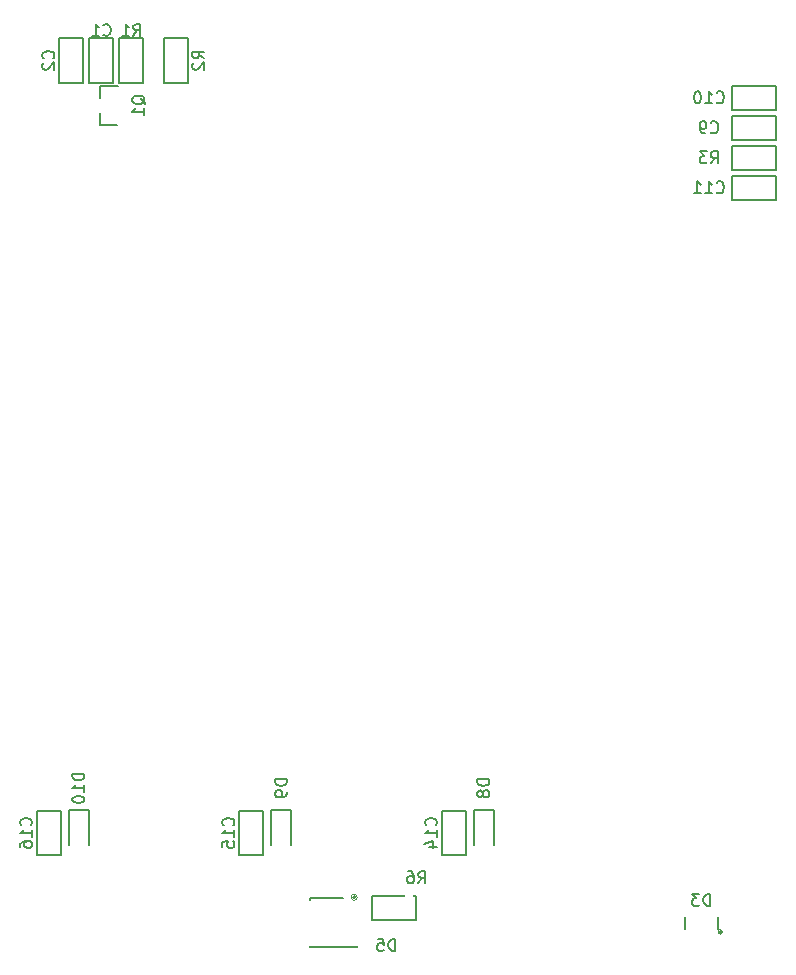
<source format=gbo>
G04 #@! TF.GenerationSoftware,KiCad,Pcbnew,(5.1.6)-1*
G04 #@! TF.CreationDate,2021-06-16T15:57:26+02:00*
G04 #@! TF.ProjectId,wall-sensor-of-room-temperature,77616c6c-2d73-4656-9e73-6f722d6f662d,rev?*
G04 #@! TF.SameCoordinates,Original*
G04 #@! TF.FileFunction,Legend,Bot*
G04 #@! TF.FilePolarity,Positive*
%FSLAX46Y46*%
G04 Gerber Fmt 4.6, Leading zero omitted, Abs format (unit mm)*
G04 Created by KiCad (PCBNEW (5.1.6)-1) date 2021-06-16 15:57:26*
%MOMM*%
%LPD*%
G01*
G04 APERTURE LIST*
%ADD10C,0.120000*%
%ADD11C,0.170000*%
%ADD12C,0.900000*%
%ADD13O,1.900000X1.900000*%
%ADD14R,1.900000X1.900000*%
%ADD15C,3.300000*%
%ADD16C,4.600000*%
%ADD17R,0.400000X0.900000*%
%ADD18O,1.800000X1.800000*%
%ADD19R,1.800000X1.800000*%
%ADD20R,2.300000X0.900000*%
%ADD21R,1.150000X1.600000*%
%ADD22C,1.950000*%
%ADD23C,3.100000*%
%ADD24C,3.600000*%
%ADD25R,1.400000X1.600000*%
%ADD26R,1.600000X1.400000*%
%ADD27R,1.400000X1.100000*%
%ADD28R,0.900000X0.900000*%
G04 APERTURE END LIST*
D10*
X131826000Y-146177000D02*
G75*
G03*
X131826000Y-146177000I-63500J0D01*
G01*
X131889500Y-146177000D02*
G75*
G03*
X131889500Y-146177000I-127000J0D01*
G01*
X131953000Y-146177000D02*
G75*
G03*
X131953000Y-146177000I-190500J0D01*
G01*
D11*
X131572000Y-145605500D02*
X131572000Y-145923000D01*
X131572000Y-144907000D02*
X131572000Y-145605500D01*
X128778000Y-144907000D02*
X128778000Y-145923000D01*
X97070000Y-143335000D02*
X97070000Y-143446500D01*
X97070000Y-147383500D02*
X97070000Y-147495000D01*
X101050000Y-147495000D02*
X97070000Y-147495000D01*
X101050000Y-147383500D02*
X101050000Y-147495000D01*
X99822000Y-143335000D02*
X97070000Y-143335000D01*
D10*
X101028500Y-143241010D02*
G75*
G03*
X101028500Y-143241010I-254000J0D01*
G01*
X100916490Y-143241010D02*
G75*
G03*
X100916490Y-143241010I-141990J0D01*
G01*
X100838000Y-143241010D02*
G75*
G03*
X100838000Y-143241010I-63500J0D01*
G01*
D11*
X106020000Y-145161000D02*
X106020000Y-143129000D01*
X102260000Y-145161000D02*
X102260000Y-143129000D01*
X106020000Y-143129000D02*
X102260000Y-143129000D01*
X106020000Y-145161000D02*
X102260000Y-145161000D01*
X132740000Y-79629000D02*
X132740000Y-81661000D01*
X136500000Y-79629000D02*
X136500000Y-81661000D01*
X132740000Y-81661000D02*
X136500000Y-81661000D01*
X132740000Y-79629000D02*
X136500000Y-79629000D01*
X86741000Y-70510000D02*
X84709000Y-70510000D01*
X86741000Y-74270000D02*
X84709000Y-74270000D01*
X84709000Y-70510000D02*
X84709000Y-74270000D01*
X86741000Y-70510000D02*
X86741000Y-74270000D01*
X80899000Y-74270000D02*
X82931000Y-74270000D01*
X80899000Y-70510000D02*
X82931000Y-70510000D01*
X82931000Y-74270000D02*
X82931000Y-70510000D01*
X80899000Y-74270000D02*
X80899000Y-70510000D01*
X79248000Y-74549000D02*
X80772000Y-74549000D01*
X79248000Y-77851000D02*
X79250000Y-76850000D01*
X79250000Y-74549000D02*
X79250000Y-75550000D01*
X79250000Y-77851000D02*
X80710000Y-77851000D01*
X76620000Y-135826500D02*
X76620000Y-138845000D01*
X78320000Y-135826500D02*
X78320000Y-138845000D01*
X76620000Y-135826500D02*
X78320000Y-135826500D01*
X93765000Y-135826500D02*
X93765000Y-138845000D01*
X95465000Y-135826500D02*
X95465000Y-138845000D01*
X93765000Y-135826500D02*
X95465000Y-135826500D01*
X110910000Y-135826500D02*
X110910000Y-138845000D01*
X112610000Y-135826500D02*
X112610000Y-138845000D01*
X110910000Y-135826500D02*
X112610000Y-135826500D01*
X75946000Y-139675000D02*
X73914000Y-139675000D01*
X73914000Y-135915000D02*
X73914000Y-139675000D01*
X75946000Y-135915000D02*
X73914000Y-135915000D01*
X75946000Y-135915000D02*
X75946000Y-139675000D01*
X93091000Y-139675000D02*
X91059000Y-139675000D01*
X91059000Y-135915000D02*
X91059000Y-139675000D01*
X93091000Y-135915000D02*
X91059000Y-135915000D01*
X93091000Y-135915000D02*
X93091000Y-139675000D01*
X110236000Y-139675000D02*
X108204000Y-139675000D01*
X108204000Y-135915000D02*
X108204000Y-139675000D01*
X110236000Y-135915000D02*
X108204000Y-135915000D01*
X110236000Y-135915000D02*
X110236000Y-139675000D01*
X136500000Y-82169000D02*
X136500000Y-84201000D01*
X132740000Y-84201000D02*
X136500000Y-84201000D01*
X132740000Y-82169000D02*
X132740000Y-84201000D01*
X132740000Y-82169000D02*
X136500000Y-82169000D01*
X136500000Y-74549000D02*
X136500000Y-76581000D01*
X132740000Y-76581000D02*
X136500000Y-76581000D01*
X132740000Y-74549000D02*
X132740000Y-76581000D01*
X132740000Y-74549000D02*
X136500000Y-74549000D01*
X136500000Y-77089000D02*
X136500000Y-79121000D01*
X132740000Y-79121000D02*
X136500000Y-79121000D01*
X132740000Y-77089000D02*
X132740000Y-79121000D01*
X132740000Y-77089000D02*
X136500000Y-77089000D01*
X75819000Y-70510000D02*
X77851000Y-70510000D01*
X77851000Y-74270000D02*
X77851000Y-70510000D01*
X75819000Y-74270000D02*
X77851000Y-74270000D01*
X75819000Y-74270000D02*
X75819000Y-70510000D01*
X78359000Y-70510000D02*
X80391000Y-70510000D01*
X80391000Y-74270000D02*
X80391000Y-70510000D01*
X78359000Y-74270000D02*
X80391000Y-74270000D01*
X78359000Y-74270000D02*
X78359000Y-70510000D01*
X130913095Y-143962380D02*
X130913095Y-142962380D01*
X130675000Y-142962380D01*
X130532142Y-143010000D01*
X130436904Y-143105238D01*
X130389285Y-143200476D01*
X130341666Y-143390952D01*
X130341666Y-143533809D01*
X130389285Y-143724285D01*
X130436904Y-143819523D01*
X130532142Y-143914761D01*
X130675000Y-143962380D01*
X130913095Y-143962380D01*
X130008333Y-142962380D02*
X129389285Y-142962380D01*
X129722619Y-143343333D01*
X129579761Y-143343333D01*
X129484523Y-143390952D01*
X129436904Y-143438571D01*
X129389285Y-143533809D01*
X129389285Y-143771904D01*
X129436904Y-143867142D01*
X129484523Y-143914761D01*
X129579761Y-143962380D01*
X129865476Y-143962380D01*
X129960714Y-143914761D01*
X130008333Y-143867142D01*
X104243095Y-147772380D02*
X104243095Y-146772380D01*
X104005000Y-146772380D01*
X103862142Y-146820000D01*
X103766904Y-146915238D01*
X103719285Y-147010476D01*
X103671666Y-147200952D01*
X103671666Y-147343809D01*
X103719285Y-147534285D01*
X103766904Y-147629523D01*
X103862142Y-147724761D01*
X104005000Y-147772380D01*
X104243095Y-147772380D01*
X102766904Y-146772380D02*
X103243095Y-146772380D01*
X103290714Y-147248571D01*
X103243095Y-147200952D01*
X103147857Y-147153333D01*
X102909761Y-147153333D01*
X102814523Y-147200952D01*
X102766904Y-147248571D01*
X102719285Y-147343809D01*
X102719285Y-147581904D01*
X102766904Y-147677142D01*
X102814523Y-147724761D01*
X102909761Y-147772380D01*
X103147857Y-147772380D01*
X103243095Y-147724761D01*
X103290714Y-147677142D01*
X106211666Y-142057380D02*
X106545000Y-141581190D01*
X106783095Y-142057380D02*
X106783095Y-141057380D01*
X106402142Y-141057380D01*
X106306904Y-141105000D01*
X106259285Y-141152619D01*
X106211666Y-141247857D01*
X106211666Y-141390714D01*
X106259285Y-141485952D01*
X106306904Y-141533571D01*
X106402142Y-141581190D01*
X106783095Y-141581190D01*
X105354523Y-141057380D02*
X105545000Y-141057380D01*
X105640238Y-141105000D01*
X105687857Y-141152619D01*
X105783095Y-141295476D01*
X105830714Y-141485952D01*
X105830714Y-141866904D01*
X105783095Y-141962142D01*
X105735476Y-142009761D01*
X105640238Y-142057380D01*
X105449761Y-142057380D01*
X105354523Y-142009761D01*
X105306904Y-141962142D01*
X105259285Y-141866904D01*
X105259285Y-141628809D01*
X105306904Y-141533571D01*
X105354523Y-141485952D01*
X105449761Y-141438333D01*
X105640238Y-141438333D01*
X105735476Y-141485952D01*
X105783095Y-141533571D01*
X105830714Y-141628809D01*
X130976666Y-81097380D02*
X131310000Y-80621190D01*
X131548095Y-81097380D02*
X131548095Y-80097380D01*
X131167142Y-80097380D01*
X131071904Y-80145000D01*
X131024285Y-80192619D01*
X130976666Y-80287857D01*
X130976666Y-80430714D01*
X131024285Y-80525952D01*
X131071904Y-80573571D01*
X131167142Y-80621190D01*
X131548095Y-80621190D01*
X130643333Y-80097380D02*
X130024285Y-80097380D01*
X130357619Y-80478333D01*
X130214761Y-80478333D01*
X130119523Y-80525952D01*
X130071904Y-80573571D01*
X130024285Y-80668809D01*
X130024285Y-80906904D01*
X130071904Y-81002142D01*
X130119523Y-81049761D01*
X130214761Y-81097380D01*
X130500476Y-81097380D01*
X130595714Y-81049761D01*
X130643333Y-81002142D01*
X88082380Y-72223333D02*
X87606190Y-71890000D01*
X88082380Y-71651904D02*
X87082380Y-71651904D01*
X87082380Y-72032857D01*
X87130000Y-72128095D01*
X87177619Y-72175714D01*
X87272857Y-72223333D01*
X87415714Y-72223333D01*
X87510952Y-72175714D01*
X87558571Y-72128095D01*
X87606190Y-72032857D01*
X87606190Y-71651904D01*
X87177619Y-72604285D02*
X87130000Y-72651904D01*
X87082380Y-72747142D01*
X87082380Y-72985238D01*
X87130000Y-73080476D01*
X87177619Y-73128095D01*
X87272857Y-73175714D01*
X87368095Y-73175714D01*
X87510952Y-73128095D01*
X88082380Y-72556666D01*
X88082380Y-73175714D01*
X82081666Y-70302380D02*
X82415000Y-69826190D01*
X82653095Y-70302380D02*
X82653095Y-69302380D01*
X82272142Y-69302380D01*
X82176904Y-69350000D01*
X82129285Y-69397619D01*
X82081666Y-69492857D01*
X82081666Y-69635714D01*
X82129285Y-69730952D01*
X82176904Y-69778571D01*
X82272142Y-69826190D01*
X82653095Y-69826190D01*
X81129285Y-70302380D02*
X81700714Y-70302380D01*
X81415000Y-70302380D02*
X81415000Y-69302380D01*
X81510238Y-69445238D01*
X81605476Y-69540476D01*
X81700714Y-69588095D01*
X83097619Y-76104761D02*
X83050000Y-76009523D01*
X82954761Y-75914285D01*
X82811904Y-75771428D01*
X82764285Y-75676190D01*
X82764285Y-75580952D01*
X83002380Y-75628571D02*
X82954761Y-75533333D01*
X82859523Y-75438095D01*
X82669047Y-75390476D01*
X82335714Y-75390476D01*
X82145238Y-75438095D01*
X82050000Y-75533333D01*
X82002380Y-75628571D01*
X82002380Y-75819047D01*
X82050000Y-75914285D01*
X82145238Y-76009523D01*
X82335714Y-76057142D01*
X82669047Y-76057142D01*
X82859523Y-76009523D01*
X82954761Y-75914285D01*
X83002380Y-75819047D01*
X83002380Y-75628571D01*
X83002380Y-77009523D02*
X83002380Y-76438095D01*
X83002380Y-76723809D02*
X82002380Y-76723809D01*
X82145238Y-76628571D01*
X82240476Y-76533333D01*
X82288095Y-76438095D01*
X77922380Y-132770714D02*
X76922380Y-132770714D01*
X76922380Y-133008809D01*
X76970000Y-133151666D01*
X77065238Y-133246904D01*
X77160476Y-133294523D01*
X77350952Y-133342142D01*
X77493809Y-133342142D01*
X77684285Y-133294523D01*
X77779523Y-133246904D01*
X77874761Y-133151666D01*
X77922380Y-133008809D01*
X77922380Y-132770714D01*
X77922380Y-134294523D02*
X77922380Y-133723095D01*
X77922380Y-134008809D02*
X76922380Y-134008809D01*
X77065238Y-133913571D01*
X77160476Y-133818333D01*
X77208095Y-133723095D01*
X76922380Y-134913571D02*
X76922380Y-135008809D01*
X76970000Y-135104047D01*
X77017619Y-135151666D01*
X77112857Y-135199285D01*
X77303333Y-135246904D01*
X77541428Y-135246904D01*
X77731904Y-135199285D01*
X77827142Y-135151666D01*
X77874761Y-135104047D01*
X77922380Y-135008809D01*
X77922380Y-134913571D01*
X77874761Y-134818333D01*
X77827142Y-134770714D01*
X77731904Y-134723095D01*
X77541428Y-134675476D01*
X77303333Y-134675476D01*
X77112857Y-134723095D01*
X77017619Y-134770714D01*
X76970000Y-134818333D01*
X76922380Y-134913571D01*
X95067380Y-133246904D02*
X94067380Y-133246904D01*
X94067380Y-133485000D01*
X94115000Y-133627857D01*
X94210238Y-133723095D01*
X94305476Y-133770714D01*
X94495952Y-133818333D01*
X94638809Y-133818333D01*
X94829285Y-133770714D01*
X94924523Y-133723095D01*
X95019761Y-133627857D01*
X95067380Y-133485000D01*
X95067380Y-133246904D01*
X95067380Y-134294523D02*
X95067380Y-134485000D01*
X95019761Y-134580238D01*
X94972142Y-134627857D01*
X94829285Y-134723095D01*
X94638809Y-134770714D01*
X94257857Y-134770714D01*
X94162619Y-134723095D01*
X94115000Y-134675476D01*
X94067380Y-134580238D01*
X94067380Y-134389761D01*
X94115000Y-134294523D01*
X94162619Y-134246904D01*
X94257857Y-134199285D01*
X94495952Y-134199285D01*
X94591190Y-134246904D01*
X94638809Y-134294523D01*
X94686428Y-134389761D01*
X94686428Y-134580238D01*
X94638809Y-134675476D01*
X94591190Y-134723095D01*
X94495952Y-134770714D01*
X112212380Y-133246904D02*
X111212380Y-133246904D01*
X111212380Y-133485000D01*
X111260000Y-133627857D01*
X111355238Y-133723095D01*
X111450476Y-133770714D01*
X111640952Y-133818333D01*
X111783809Y-133818333D01*
X111974285Y-133770714D01*
X112069523Y-133723095D01*
X112164761Y-133627857D01*
X112212380Y-133485000D01*
X112212380Y-133246904D01*
X111640952Y-134389761D02*
X111593333Y-134294523D01*
X111545714Y-134246904D01*
X111450476Y-134199285D01*
X111402857Y-134199285D01*
X111307619Y-134246904D01*
X111260000Y-134294523D01*
X111212380Y-134389761D01*
X111212380Y-134580238D01*
X111260000Y-134675476D01*
X111307619Y-134723095D01*
X111402857Y-134770714D01*
X111450476Y-134770714D01*
X111545714Y-134723095D01*
X111593333Y-134675476D01*
X111640952Y-134580238D01*
X111640952Y-134389761D01*
X111688571Y-134294523D01*
X111736190Y-134246904D01*
X111831428Y-134199285D01*
X112021904Y-134199285D01*
X112117142Y-134246904D01*
X112164761Y-134294523D01*
X112212380Y-134389761D01*
X112212380Y-134580238D01*
X112164761Y-134675476D01*
X112117142Y-134723095D01*
X112021904Y-134770714D01*
X111831428Y-134770714D01*
X111736190Y-134723095D01*
X111688571Y-134675476D01*
X111640952Y-134580238D01*
X73382142Y-137152142D02*
X73429761Y-137104523D01*
X73477380Y-136961666D01*
X73477380Y-136866428D01*
X73429761Y-136723571D01*
X73334523Y-136628333D01*
X73239285Y-136580714D01*
X73048809Y-136533095D01*
X72905952Y-136533095D01*
X72715476Y-136580714D01*
X72620238Y-136628333D01*
X72525000Y-136723571D01*
X72477380Y-136866428D01*
X72477380Y-136961666D01*
X72525000Y-137104523D01*
X72572619Y-137152142D01*
X73477380Y-138104523D02*
X73477380Y-137533095D01*
X73477380Y-137818809D02*
X72477380Y-137818809D01*
X72620238Y-137723571D01*
X72715476Y-137628333D01*
X72763095Y-137533095D01*
X72477380Y-138961666D02*
X72477380Y-138771190D01*
X72525000Y-138675952D01*
X72572619Y-138628333D01*
X72715476Y-138533095D01*
X72905952Y-138485476D01*
X73286904Y-138485476D01*
X73382142Y-138533095D01*
X73429761Y-138580714D01*
X73477380Y-138675952D01*
X73477380Y-138866428D01*
X73429761Y-138961666D01*
X73382142Y-139009285D01*
X73286904Y-139056904D01*
X73048809Y-139056904D01*
X72953571Y-139009285D01*
X72905952Y-138961666D01*
X72858333Y-138866428D01*
X72858333Y-138675952D01*
X72905952Y-138580714D01*
X72953571Y-138533095D01*
X73048809Y-138485476D01*
X90527142Y-137152142D02*
X90574761Y-137104523D01*
X90622380Y-136961666D01*
X90622380Y-136866428D01*
X90574761Y-136723571D01*
X90479523Y-136628333D01*
X90384285Y-136580714D01*
X90193809Y-136533095D01*
X90050952Y-136533095D01*
X89860476Y-136580714D01*
X89765238Y-136628333D01*
X89670000Y-136723571D01*
X89622380Y-136866428D01*
X89622380Y-136961666D01*
X89670000Y-137104523D01*
X89717619Y-137152142D01*
X90622380Y-138104523D02*
X90622380Y-137533095D01*
X90622380Y-137818809D02*
X89622380Y-137818809D01*
X89765238Y-137723571D01*
X89860476Y-137628333D01*
X89908095Y-137533095D01*
X89622380Y-139009285D02*
X89622380Y-138533095D01*
X90098571Y-138485476D01*
X90050952Y-138533095D01*
X90003333Y-138628333D01*
X90003333Y-138866428D01*
X90050952Y-138961666D01*
X90098571Y-139009285D01*
X90193809Y-139056904D01*
X90431904Y-139056904D01*
X90527142Y-139009285D01*
X90574761Y-138961666D01*
X90622380Y-138866428D01*
X90622380Y-138628333D01*
X90574761Y-138533095D01*
X90527142Y-138485476D01*
X107672142Y-137152142D02*
X107719761Y-137104523D01*
X107767380Y-136961666D01*
X107767380Y-136866428D01*
X107719761Y-136723571D01*
X107624523Y-136628333D01*
X107529285Y-136580714D01*
X107338809Y-136533095D01*
X107195952Y-136533095D01*
X107005476Y-136580714D01*
X106910238Y-136628333D01*
X106815000Y-136723571D01*
X106767380Y-136866428D01*
X106767380Y-136961666D01*
X106815000Y-137104523D01*
X106862619Y-137152142D01*
X107767380Y-138104523D02*
X107767380Y-137533095D01*
X107767380Y-137818809D02*
X106767380Y-137818809D01*
X106910238Y-137723571D01*
X107005476Y-137628333D01*
X107053095Y-137533095D01*
X107100714Y-138961666D02*
X107767380Y-138961666D01*
X106719761Y-138723571D02*
X107434047Y-138485476D01*
X107434047Y-139104523D01*
X131452857Y-83542142D02*
X131500476Y-83589761D01*
X131643333Y-83637380D01*
X131738571Y-83637380D01*
X131881428Y-83589761D01*
X131976666Y-83494523D01*
X132024285Y-83399285D01*
X132071904Y-83208809D01*
X132071904Y-83065952D01*
X132024285Y-82875476D01*
X131976666Y-82780238D01*
X131881428Y-82685000D01*
X131738571Y-82637380D01*
X131643333Y-82637380D01*
X131500476Y-82685000D01*
X131452857Y-82732619D01*
X130500476Y-83637380D02*
X131071904Y-83637380D01*
X130786190Y-83637380D02*
X130786190Y-82637380D01*
X130881428Y-82780238D01*
X130976666Y-82875476D01*
X131071904Y-82923095D01*
X129548095Y-83637380D02*
X130119523Y-83637380D01*
X129833809Y-83637380D02*
X129833809Y-82637380D01*
X129929047Y-82780238D01*
X130024285Y-82875476D01*
X130119523Y-82923095D01*
X131452857Y-75922142D02*
X131500476Y-75969761D01*
X131643333Y-76017380D01*
X131738571Y-76017380D01*
X131881428Y-75969761D01*
X131976666Y-75874523D01*
X132024285Y-75779285D01*
X132071904Y-75588809D01*
X132071904Y-75445952D01*
X132024285Y-75255476D01*
X131976666Y-75160238D01*
X131881428Y-75065000D01*
X131738571Y-75017380D01*
X131643333Y-75017380D01*
X131500476Y-75065000D01*
X131452857Y-75112619D01*
X130500476Y-76017380D02*
X131071904Y-76017380D01*
X130786190Y-76017380D02*
X130786190Y-75017380D01*
X130881428Y-75160238D01*
X130976666Y-75255476D01*
X131071904Y-75303095D01*
X129881428Y-75017380D02*
X129786190Y-75017380D01*
X129690952Y-75065000D01*
X129643333Y-75112619D01*
X129595714Y-75207857D01*
X129548095Y-75398333D01*
X129548095Y-75636428D01*
X129595714Y-75826904D01*
X129643333Y-75922142D01*
X129690952Y-75969761D01*
X129786190Y-76017380D01*
X129881428Y-76017380D01*
X129976666Y-75969761D01*
X130024285Y-75922142D01*
X130071904Y-75826904D01*
X130119523Y-75636428D01*
X130119523Y-75398333D01*
X130071904Y-75207857D01*
X130024285Y-75112619D01*
X129976666Y-75065000D01*
X129881428Y-75017380D01*
X130976666Y-78462142D02*
X131024285Y-78509761D01*
X131167142Y-78557380D01*
X131262380Y-78557380D01*
X131405238Y-78509761D01*
X131500476Y-78414523D01*
X131548095Y-78319285D01*
X131595714Y-78128809D01*
X131595714Y-77985952D01*
X131548095Y-77795476D01*
X131500476Y-77700238D01*
X131405238Y-77605000D01*
X131262380Y-77557380D01*
X131167142Y-77557380D01*
X131024285Y-77605000D01*
X130976666Y-77652619D01*
X130500476Y-78557380D02*
X130310000Y-78557380D01*
X130214761Y-78509761D01*
X130167142Y-78462142D01*
X130071904Y-78319285D01*
X130024285Y-78128809D01*
X130024285Y-77747857D01*
X130071904Y-77652619D01*
X130119523Y-77605000D01*
X130214761Y-77557380D01*
X130405238Y-77557380D01*
X130500476Y-77605000D01*
X130548095Y-77652619D01*
X130595714Y-77747857D01*
X130595714Y-77985952D01*
X130548095Y-78081190D01*
X130500476Y-78128809D01*
X130405238Y-78176428D01*
X130214761Y-78176428D01*
X130119523Y-78128809D01*
X130071904Y-78081190D01*
X130024285Y-77985952D01*
X75287142Y-72223333D02*
X75334761Y-72175714D01*
X75382380Y-72032857D01*
X75382380Y-71937619D01*
X75334761Y-71794761D01*
X75239523Y-71699523D01*
X75144285Y-71651904D01*
X74953809Y-71604285D01*
X74810952Y-71604285D01*
X74620476Y-71651904D01*
X74525238Y-71699523D01*
X74430000Y-71794761D01*
X74382380Y-71937619D01*
X74382380Y-72032857D01*
X74430000Y-72175714D01*
X74477619Y-72223333D01*
X74477619Y-72604285D02*
X74430000Y-72651904D01*
X74382380Y-72747142D01*
X74382380Y-72985238D01*
X74430000Y-73080476D01*
X74477619Y-73128095D01*
X74572857Y-73175714D01*
X74668095Y-73175714D01*
X74810952Y-73128095D01*
X75382380Y-72556666D01*
X75382380Y-73175714D01*
X79541666Y-70207142D02*
X79589285Y-70254761D01*
X79732142Y-70302380D01*
X79827380Y-70302380D01*
X79970238Y-70254761D01*
X80065476Y-70159523D01*
X80113095Y-70064285D01*
X80160714Y-69873809D01*
X80160714Y-69730952D01*
X80113095Y-69540476D01*
X80065476Y-69445238D01*
X79970238Y-69350000D01*
X79827380Y-69302380D01*
X79732142Y-69302380D01*
X79589285Y-69350000D01*
X79541666Y-69397619D01*
X78589285Y-70302380D02*
X79160714Y-70302380D01*
X78875000Y-70302380D02*
X78875000Y-69302380D01*
X78970238Y-69445238D01*
X79065476Y-69540476D01*
X79160714Y-69588095D01*
%LPC*%
D12*
X93345000Y-73660000D03*
X118110000Y-113030000D03*
X127635000Y-140970000D03*
X92075000Y-73660000D03*
X86995000Y-92790002D03*
X88475001Y-92920001D03*
X100965000Y-97790000D03*
X100965000Y-94615000D03*
X97790000Y-97790000D03*
X97790000Y-94615000D03*
X94615000Y-97790000D03*
X94615000Y-94615000D03*
X76835000Y-90805000D03*
X76200000Y-89535000D03*
X76200000Y-87630000D03*
X76200000Y-86360000D03*
X89535000Y-100330000D03*
X92075000Y-100330000D03*
X86995000Y-100330000D03*
X83820000Y-100330000D03*
X89535000Y-98425000D03*
X86995000Y-98425000D03*
X89535000Y-96520000D03*
X86995000Y-96520000D03*
X81280000Y-97790000D03*
X85090000Y-97790000D03*
X73025000Y-94950000D03*
X85205000Y-95135000D03*
X81280000Y-94950000D03*
X77470000Y-94950000D03*
X77470000Y-76200000D03*
X76200000Y-76200000D03*
X73660000Y-81280000D03*
X73660000Y-78740000D03*
X77470000Y-97790000D03*
X73025000Y-97790000D03*
X83820000Y-73660000D03*
X95885000Y-80645000D03*
X95885000Y-84455000D03*
X95885000Y-88265000D03*
X99060000Y-88265000D03*
X99060000Y-84455000D03*
X99060000Y-80645000D03*
X99060000Y-76835000D03*
X95885000Y-76835000D03*
X40005000Y-88900000D03*
X40005000Y-70485000D03*
X55245000Y-70485000D03*
X73025000Y-70485000D03*
X89535000Y-70485000D03*
X106680000Y-70485000D03*
X108585000Y-85725000D03*
X109855000Y-84455000D03*
X135600000Y-91150000D03*
X134330000Y-91150000D03*
X123825000Y-94615000D03*
X118745000Y-96520000D03*
X120015000Y-91440000D03*
X121920000Y-91440000D03*
X127000000Y-91440000D03*
X130175000Y-91440000D03*
X133985000Y-93345000D03*
X133985000Y-99060000D03*
X133985000Y-103505000D03*
X134620000Y-120650000D03*
X118110000Y-114300000D03*
X105410000Y-113665000D03*
X105410000Y-118110000D03*
X102870000Y-122555000D03*
X92710000Y-122555000D03*
X92710000Y-127635000D03*
X143510000Y-124460000D03*
X88265000Y-127635000D03*
X143510000Y-107315000D03*
X126365000Y-123190000D03*
X121285000Y-147320000D03*
X127635000Y-139700000D03*
X121285000Y-142875000D03*
X130175000Y-147955000D03*
X121285000Y-156845000D03*
X123190000Y-145415000D03*
X105410000Y-142875000D03*
X143510000Y-156845000D03*
X104140000Y-146050000D03*
X143510000Y-142240000D03*
X71120000Y-118745000D03*
X71120000Y-109220000D03*
X95250000Y-151130000D03*
X95250000Y-144145000D03*
X82550000Y-109220000D03*
X93980000Y-109220000D03*
X82550000Y-118745000D03*
X93980000Y-118745000D03*
X59690000Y-118745000D03*
X67310000Y-147320000D03*
X90805000Y-147955000D03*
X40005000Y-106045000D03*
X59690000Y-109220000D03*
X40005000Y-121285000D03*
X40005000Y-141605000D03*
X40005000Y-156845000D03*
D13*
X127635000Y-152400000D03*
X130175000Y-152400000D03*
X130175000Y-149860000D03*
D14*
X127635000Y-149860000D03*
D13*
X132715000Y-152400000D03*
X132715000Y-149860000D03*
D15*
X61000000Y-125720000D03*
X61000000Y-91720000D03*
D16*
X48895000Y-150095000D03*
X48895000Y-156595000D03*
X53395000Y-152845000D03*
D17*
X129675000Y-145955000D03*
X131175000Y-145955000D03*
X129175000Y-144875000D03*
X129675000Y-144875000D03*
X130175000Y-145955000D03*
X130675000Y-145955000D03*
X129175000Y-145955000D03*
X130175000Y-144875000D03*
X130675000Y-144875000D03*
X131175000Y-144875000D03*
D18*
X123515000Y-110910000D03*
X123515000Y-108370000D03*
X123515000Y-98210000D03*
X123515000Y-100750000D03*
X123515000Y-115990000D03*
D19*
X123515000Y-118530000D03*
D18*
X123515000Y-113450000D03*
X123515000Y-105830000D03*
X123515000Y-103290000D03*
D20*
X100787200Y-145415000D03*
X100787200Y-146685000D03*
X100787200Y-144145000D03*
X97332800Y-146685000D03*
X97332800Y-145415000D03*
X97332800Y-144145000D03*
G36*
G01*
X92135000Y-156087500D02*
X92135000Y-155062500D01*
G75*
G02*
X92422500Y-154775000I287500J0D01*
G01*
X92997500Y-154775000D01*
G75*
G02*
X93285000Y-155062500I0J-287500D01*
G01*
X93285000Y-156087500D01*
G75*
G02*
X92997500Y-156375000I-287500J0D01*
G01*
X92422500Y-156375000D01*
G75*
G02*
X92135000Y-156087500I0J287500D01*
G01*
G37*
G36*
G01*
X90865000Y-156087500D02*
X90865000Y-155062500D01*
G75*
G02*
X91152500Y-154775000I287500J0D01*
G01*
X91727500Y-154775000D01*
G75*
G02*
X92015000Y-155062500I0J-287500D01*
G01*
X92015000Y-156087500D01*
G75*
G02*
X91727500Y-156375000I-287500J0D01*
G01*
X91152500Y-156375000D01*
G75*
G02*
X90865000Y-156087500I0J287500D01*
G01*
G37*
D21*
X90170000Y-155575000D03*
D22*
X74295000Y-142320000D03*
X74295000Y-133270000D03*
D23*
X74295000Y-144745000D03*
D24*
X80595000Y-140345000D03*
X80595000Y-135245000D03*
X67995000Y-140345000D03*
X67995000Y-135245000D03*
D22*
X91500000Y-142320000D03*
X91500000Y-133270000D03*
D23*
X91500000Y-144745000D03*
D24*
X97800000Y-140345000D03*
X97800000Y-135245000D03*
X85200000Y-140345000D03*
X85200000Y-135245000D03*
D22*
X108585000Y-142320000D03*
X108585000Y-133270000D03*
D23*
X108585000Y-144745000D03*
D24*
X114885000Y-140345000D03*
X114885000Y-135245000D03*
X102285000Y-140345000D03*
X102285000Y-135245000D03*
D25*
X105110000Y-144145000D03*
X103170000Y-144145000D03*
X133650000Y-80645000D03*
X135590000Y-80645000D03*
D26*
X85725000Y-71420000D03*
X85725000Y-73360000D03*
X81915000Y-73360000D03*
X81915000Y-71420000D03*
D27*
X81010000Y-75250000D03*
X79010000Y-76200000D03*
X81010000Y-77150000D03*
D28*
X77470000Y-136525000D03*
X77470000Y-139065000D03*
X94615000Y-136525000D03*
X94615000Y-139065000D03*
X111760000Y-136525000D03*
X111760000Y-139065000D03*
D26*
X74930000Y-136825000D03*
X74930000Y-138765000D03*
X92075000Y-136825000D03*
X92075000Y-138765000D03*
X109220000Y-136825000D03*
X109220000Y-138765000D03*
D25*
X133650000Y-83185000D03*
X135590000Y-83185000D03*
X133650000Y-75565000D03*
X135590000Y-75565000D03*
X133650000Y-78105000D03*
X135590000Y-78105000D03*
D26*
X76835000Y-73360000D03*
X76835000Y-71420000D03*
X79375000Y-73360000D03*
X79375000Y-71420000D03*
M02*

</source>
